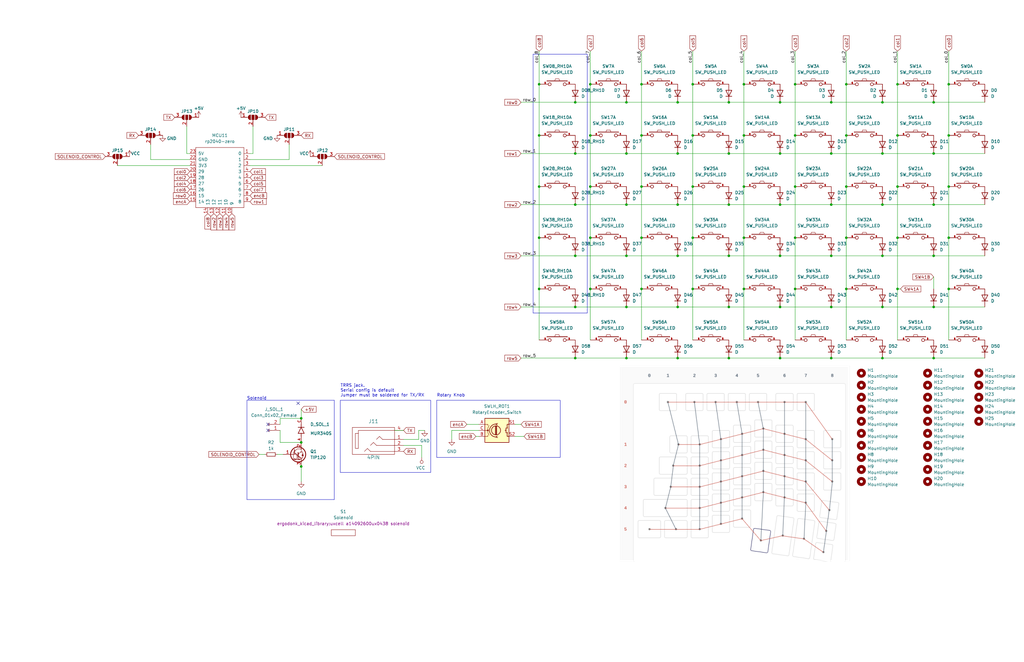
<source format=kicad_sch>
(kicad_sch (version 20230121) (generator eeschema)
  (paper "B")
  (title_block (title "Ergodonk") (date "2023-01-12") (rev "0.1") (company "github.com/JellyTitan") (comment 1 "Ryan Neff") (comment 2 "5V Zone was intentionally omitted because of the solenoid, dedicated 5V pins were used."))
  (junction (at 285.75 107.95))
  (junction (at 378.46 121.92))
  (junction (at 393.7 151.13))
  (junction (at 127 186.69))
  (junction (at 292.1 78.74))
  (junction (at 270.51 78.74))
  (junction (at 307.34 107.95))
  (junction (at 307.34 151.13))
  (junction (at 292.1 57.15))
  (junction (at 328.93 86.36))
  (junction (at 356.87 78.74))
  (junction (at 248.92 35.56))
  (junction (at 350.52 43.18))
  (junction (at 393.7 86.36))
  (junction (at 313.69 121.92))
  (junction (at 264.16 151.13))
  (junction (at 328.93 129.54))
  (junction (at 227.33 35.56))
  (junction (at 400.05 57.15))
  (junction (at 292.1 35.56))
  (junction (at 400.05 100.33))
  (junction (at 242.57 43.18))
  (junction (at 378.46 35.56))
  (junction (at 350.52 64.77))
  (junction (at 378.46 78.74))
  (junction (at 242.57 64.77))
  (junction (at 227.33 121.92))
  (junction (at 127 196.85))
  (junction (at 400.05 121.92))
  (junction (at 372.11 151.13))
  (junction (at 313.69 100.33))
  (junction (at 393.7 43.18))
  (junction (at 313.69 78.74))
  (junction (at 264.16 107.95))
  (junction (at 328.93 107.95))
  (junction (at 372.11 43.18))
  (junction (at 248.92 100.33))
  (junction (at 372.11 129.54))
  (junction (at 356.87 100.33))
  (junction (at 285.75 43.18))
  (junction (at 393.7 129.54))
  (junction (at 270.51 35.56))
  (junction (at 372.11 107.95))
  (junction (at 270.51 121.92))
  (junction (at 350.52 107.95))
  (junction (at 242.57 86.36))
  (junction (at 313.69 35.56))
  (junction (at 335.28 35.56))
  (junction (at 270.51 57.15))
  (junction (at 378.46 57.15))
  (junction (at 127 176.53))
  (junction (at 242.57 107.95))
  (junction (at 372.11 86.36))
  (junction (at 378.46 100.33))
  (junction (at 328.93 64.77))
  (junction (at 227.33 100.33))
  (junction (at 400.05 78.74))
  (junction (at 242.57 129.54))
  (junction (at 335.28 78.74))
  (junction (at 292.1 121.92))
  (junction (at 350.52 129.54))
  (junction (at 307.34 43.18))
  (junction (at 350.52 86.36))
  (junction (at 350.52 151.13))
  (junction (at 285.75 151.13))
  (junction (at 335.28 100.33))
  (junction (at 242.57 151.13))
  (junction (at 264.16 64.77))
  (junction (at 248.92 78.74))
  (junction (at 328.93 151.13))
  (junction (at 356.87 35.56))
  (junction (at 393.7 64.77))
  (junction (at 285.75 129.54))
  (junction (at 356.87 121.92))
  (junction (at 307.34 129.54))
  (junction (at 248.92 57.15))
  (junction (at 285.75 86.36))
  (junction (at 307.34 86.36))
  (junction (at 400.05 35.56))
  (junction (at 264.16 86.36))
  (junction (at 227.33 57.15))
  (junction (at 393.7 107.95))
  (junction (at 264.16 43.18))
  (junction (at 307.34 64.77))
  (junction (at 335.28 121.92))
  (junction (at 264.16 129.54))
  (junction (at 356.87 57.15))
  (junction (at 285.75 64.77))
  (junction (at 372.11 64.77))
  (junction (at 292.1 100.33))
  (junction (at 248.92 121.92))
  (junction (at 227.33 78.74))
  (junction (at 335.28 57.15))
  (junction (at 270.51 100.33))
  (junction (at 328.93 43.18))
  (junction (at 313.69 57.15))
  (no_connect (at 125.73 170.18))
  (no_connect (at 113.03 181.61))
  (no_connect (at 113.03 179.07))
  (wire (pts (xy 372.11 64.77) (xy 393.7 64.77)))
  (wire (pts (xy 372.11 43.18) (xy 393.7 43.18)))
  (wire (pts (xy 313.69 35.56) (xy 313.69 21.59)))
  (wire (pts (xy 270.51 35.56) (xy 270.51 21.59)))
  (wire (pts (xy 248.92 21.59) (xy 248.92 35.56)))
  (wire (pts (xy 335.28 35.56) (xy 335.28 57.15)))
  (wire (pts (xy 292.1 100.33) (xy 292.1 121.92)))
  (wire (pts (xy 63.5 67.31) (xy 63.5 60.96)))
  (wire (pts (xy 378.46 35.56) (xy 378.46 21.59)))
  (wire (pts (xy 201.93 181.61) (xy 190.5 181.61)))
  (wire (pts (xy 264.16 43.18) (xy 285.75 43.18)))
  (wire (pts (xy 372.11 128.27) (xy 372.11 129.54)))
  (polyline (pts (xy 247.65 132.08) (xy 247.65 25.4)))
  (wire (pts (xy 328.93 107.95) (xy 350.52 107.95)))
  (wire (pts (xy 248.92 100.33) (xy 248.92 121.92)))
  (wire (pts (xy 78.74 53.34) (xy 78.74 64.77)))
  (wire (pts (xy 400.05 21.59) (xy 400.05 35.56)))
  (wire (pts (xy 307.34 151.13) (xy 328.93 151.13)))
  (wire (pts (xy 190.5 181.61) (xy 190.5 185.42)))
  (wire (pts (xy 378.46 57.15) (xy 378.46 78.74)))
  (polyline (pts (xy 224.79 22.86) (xy 224.79 132.08)))
  (wire (pts (xy 292.1 121.92) (xy 292.1 143.51)))
  (wire (pts (xy 219.71 151.13) (xy 242.57 151.13)))
  (wire (pts (xy 219.71 129.54) (xy 242.57 129.54)))
  (wire (pts (xy 242.57 151.13) (xy 264.16 151.13)))
  (wire (pts (xy 227.33 35.56) (xy 227.33 21.59)))
  (wire (pts (xy 121.92 67.31) (xy 121.92 60.96)))
  (polyline (pts (xy 246.38 22.86) (xy 224.79 22.86)))
  (wire (pts (xy 335.28 35.56) (xy 335.28 21.59)))
  (wire (pts (xy 393.7 64.77) (xy 415.29 64.77)))
  (wire (pts (xy 356.87 78.74) (xy 356.87 100.33)))
  (wire (pts (xy 227.33 143.51) (xy 227.33 121.92)))
  (wire (pts (xy 170.18 181.61) (xy 166.37 181.61)))
  (wire (pts (xy 307.34 107.95) (xy 328.93 107.95)))
  (polyline (pts (xy 247.65 25.4) (xy 247.65 22.86)))
  (wire (pts (xy 270.51 78.74) (xy 270.51 100.33)))
  (wire (pts (xy 328.93 43.18) (xy 350.52 43.18)))
  (wire (pts (xy 227.33 100.33) (xy 227.33 78.74)))
  (wire (pts (xy 248.92 57.15) (xy 248.92 78.74)))
  (wire (pts (xy 328.93 128.27) (xy 328.93 129.54)))
  (wire (pts (xy 270.51 57.15) (xy 270.51 78.74)))
  (wire (pts (xy 248.92 121.92) (xy 248.92 143.51)))
  (wire (pts (xy 264.16 86.36) (xy 285.75 86.36)))
  (wire (pts (xy 328.93 129.54) (xy 350.52 129.54)))
  (wire (pts (xy 242.57 43.18) (xy 264.16 43.18)))
  (wire (pts (xy 176.53 181.61) (xy 179.07 181.61)))
  (wire (pts (xy 372.11 107.95) (xy 393.7 107.95)))
  (wire (pts (xy 393.7 86.36) (xy 415.29 86.36)))
  (wire (pts (xy 313.69 121.92) (xy 313.69 143.51)))
  (wire (pts (xy 242.57 129.54) (xy 264.16 129.54)))
  (wire (pts (xy 170.18 185.42) (xy 176.53 185.42)))
  (wire (pts (xy 285.75 151.13) (xy 307.34 151.13)))
  (wire (pts (xy 78.74 64.77) (xy 80.01 64.77)))
  (wire (pts (xy 356.87 35.56) (xy 356.87 21.59)))
  (polyline (pts (xy 104.14 168.91) (xy 140.97 168.91)))
  (wire (pts (xy 378.46 100.33) (xy 378.46 121.92)))
  (wire (pts (xy 350.52 107.95) (xy 372.11 107.95)))
  (wire (pts (xy 393.7 107.95) (xy 415.29 107.95)))
  (polyline (pts (xy 224.79 132.08) (xy 247.65 132.08)))
  (wire (pts (xy 109.22 191.77) (xy 111.76 191.77)))
  (wire (pts (xy 356.87 57.15) (xy 356.87 78.74)))
  (wire (pts (xy 242.57 86.36) (xy 264.16 86.36)))
  (wire (pts (xy 400.05 57.15) (xy 400.05 78.74)))
  (wire (pts (xy 227.33 78.74) (xy 227.33 57.15)))
  (wire (pts (xy 400.05 35.56) (xy 400.05 57.15)))
  (wire (pts (xy 264.16 64.77) (xy 285.75 64.77)))
  (wire (pts (xy 292.1 35.56) (xy 292.1 21.59)))
  (wire (pts (xy 313.69 78.74) (xy 313.69 100.33)))
  (wire (pts (xy 356.87 100.33) (xy 356.87 121.92)))
  (wire (pts (xy 372.11 129.54) (xy 393.7 129.54)))
  (wire (pts (xy 219.71 179.07) (xy 217.17 179.07)))
  (wire (pts (xy 264.16 107.95) (xy 285.75 107.95)))
  (polyline (pts (xy 140.97 210.82) (xy 140.97 168.91)))
  (wire (pts (xy 350.52 86.36) (xy 372.11 86.36)))
  (wire (pts (xy 248.92 35.56) (xy 248.92 57.15)))
  (wire (pts (xy 292.1 57.15) (xy 292.1 78.74)))
  (wire (pts (xy 285.75 43.18) (xy 307.34 43.18)))
  (wire (pts (xy 248.92 78.74) (xy 248.92 100.33)))
  (wire (pts (xy 49.53 69.85) (xy 80.01 69.85)))
  (wire (pts (xy 219.71 43.18) (xy 242.57 43.18)))
  (wire (pts (xy 270.51 121.92) (xy 270.51 143.51)))
  (polyline (pts (xy 104.14 210.82) (xy 140.97 210.82)))
  (wire (pts (xy 372.11 151.13) (xy 393.7 151.13)))
  (wire (pts (xy 285.75 107.95) (xy 307.34 107.95)))
  (wire (pts (xy 127 195.58) (xy 127 196.85)))
  (wire (pts (xy 400.05 121.92) (xy 400.05 143.51)))
  (wire (pts (xy 105.41 67.31) (xy 121.92 67.31)))
  (wire (pts (xy 118.11 186.69) (xy 118.11 181.61)))
  (wire (pts (xy 242.57 64.77) (xy 264.16 64.77)))
  (wire (pts (xy 118.11 186.69) (xy 127 186.69)))
  (wire (pts (xy 393.7 116.84) (xy 393.7 121.92)))
  (wire (pts (xy 328.93 64.77) (xy 350.52 64.77)))
  (wire (pts (xy 227.33 121.92) (xy 227.33 100.33)))
  (wire (pts (xy 285.75 64.77) (xy 307.34 64.77)))
  (wire (pts (xy 106.68 64.77) (xy 105.41 64.77)))
  (wire (pts (xy 116.84 191.77) (xy 119.38 191.77)))
  (wire (pts (xy 328.93 151.13) (xy 350.52 151.13)))
  (wire (pts (xy 372.11 86.36) (xy 393.7 86.36)))
  (wire (pts (xy 118.11 176.53) (xy 127 176.53)))
  (wire (pts (xy 350.52 43.18) (xy 372.11 43.18)))
  (wire (pts (xy 393.7 43.18) (xy 415.29 43.18)))
  (wire (pts (xy 170.18 187.96) (xy 177.8 187.96)))
  (wire (pts (xy 393.7 151.13) (xy 415.29 151.13)))
  (wire (pts (xy 307.34 64.77) (xy 328.93 64.77)))
  (wire (pts (xy 105.41 69.85) (xy 135.89 69.85)))
  (wire (pts (xy 200.66 184.15) (xy 201.93 184.15)))
  (wire (pts (xy 350.52 64.77) (xy 372.11 64.77)))
  (wire (pts (xy 219.71 107.95) (xy 242.57 107.95)))
  (wire (pts (xy 242.57 107.95) (xy 264.16 107.95)))
  (polyline (pts (xy 104.14 168.91) (xy 104.14 210.82)))
  (wire (pts (xy 118.11 176.53) (xy 118.11 179.07)))
  (wire (pts (xy 270.51 100.33) (xy 270.51 121.92)))
  (wire (pts (xy 292.1 35.56) (xy 292.1 57.15)))
  (wire (pts (xy 220.98 184.15) (xy 217.17 184.15)))
  (wire (pts (xy 80.01 67.31) (xy 63.5 67.31)))
  (wire (pts (xy 219.71 86.36) (xy 242.57 86.36)))
  (wire (pts (xy 335.28 100.33) (xy 335.28 121.92)))
  (wire (pts (xy 177.8 187.96) (xy 177.8 193.04)))
  (wire (pts (xy 307.34 43.18) (xy 328.93 43.18)))
  (wire (pts (xy 335.28 78.74) (xy 335.28 100.33)))
  (wire (pts (xy 285.75 129.54) (xy 307.34 129.54)))
  (wire (pts (xy 285.75 86.36) (xy 307.34 86.36)))
  (wire (pts (xy 307.34 129.54) (xy 328.93 129.54)))
  (wire (pts (xy 176.53 181.61) (xy 176.53 185.42)))
  (wire (pts (xy 270.51 35.56) (xy 270.51 57.15)))
  (wire (pts (xy 378.46 121.92) (xy 379.73 121.92)))
  (wire (pts (xy 313.69 100.33) (xy 313.69 121.92)))
  (wire (pts (xy 350.52 129.54) (xy 372.11 129.54)))
  (polyline (pts (xy 247.65 22.86) (xy 246.38 22.86)))
  (wire (pts (xy 196.85 179.07) (xy 201.93 179.07)))
  (wire (pts (xy 328.93 86.36) (xy 350.52 86.36)))
  (wire (pts (xy 313.69 35.56) (xy 313.69 57.15)))
  (wire (pts (xy 292.1 78.74) (xy 292.1 100.33)))
  (wire (pts (xy 127 172.72) (xy 127 176.53)))
  (wire (pts (xy 264.16 129.54) (xy 285.75 129.54)))
  (wire (pts (xy 350.52 151.13) (xy 372.11 151.13)))
  (wire (pts (xy 335.28 57.15) (xy 335.28 78.74)))
  (wire (pts (xy 378.46 35.56) (xy 378.46 57.15)))
  (wire (pts (xy 219.71 64.77) (xy 242.57 64.77)))
  (wire (pts (xy 378.46 78.74) (xy 378.46 100.33)))
  (wire (pts (xy 393.7 129.54) (xy 415.29 129.54)))
  (wire (pts (xy 307.34 86.36) (xy 328.93 86.36)))
  (wire (pts (xy 378.46 121.92) (xy 378.46 143.51)))
  (wire (pts (xy 127 196.85) (xy 127 203.2)))
  (wire (pts (xy 400.05 100.33) (xy 400.05 121.92)))
  (wire (pts (xy 335.28 121.92) (xy 335.28 143.51)))
  (wire (pts (xy 400.05 78.74) (xy 400.05 100.33)))
  (wire (pts (xy 313.69 57.15) (xy 313.69 78.74)))
  (wire (pts (xy 106.68 53.34) (xy 106.68 64.77)))
  (wire (pts (xy 356.87 35.56) (xy 356.87 57.15)))
  (wire (pts (xy 227.33 57.15) (xy 227.33 35.56)))
  (wire (pts (xy 356.87 121.92) (xy 356.87 143.51)))
  (wire (pts (xy 264.16 151.13) (xy 285.75 151.13)))
  (rectangle (start 184.15 168.91) (end 236.22 193.04))
  (rectangle (start 143.51 168.91) (end 181.61 199.39))
  (image (at 309.88 195.58) (scale 1.76046))
  (text "Todo:\nThumb cluster detach?\nIs there a good smd option for the Solenoid resistor?\nIs there a female smd socket for the solenoid connection?\nCheck Pimaroni resistor calculation and footprint size\nCHeck net trace sizes. (.5 for 3.3v?)\nIncree trcck size on vcc and GND nets\nFigure out VCC on Pico\nFigure out vbus_sense\nCutouts for picon on PCB\nRH trackball\nGraphics\nMouse bites\nStabalizer holes\nImprove solenoid graphics\nRefactor key row/columns to put 00 in upper right for easier double sided\nMake Diode holes bigger\nAdd breakaway diode bender jig, like on Corne_light v1\nAdd teardrops before production\nAdd maxbrightness to firmware like Keebio sync rev3 (you've got a ton of lights)\nCan the LH Led jumper become a single Jumper for LH/RH differentiation?" (at 455.93 59.69 0) (effects (font (size 1.27 1.27)) (justify left bottom)))
  (text "Solenoid" (at 104.14 168.91 0) (effects (font (size 1.27 1.27)) (justify left bottom)))
  (text "V2 Features:\nRH Trackball and rotary encoder instead of Pimaroni\nMove arrow keys into \"+\" centered around \".\" on left hand" (at 455.93 72.39 0) (effects (font (size 1.27 1.27)) (justify left bottom)))
  (text "TRRS jack. \nSerial config is default\nJumper must be soldered for TX/RX\n" (at 143.51 167.64 0) (effects (font (size 1.27 1.27)) (justify left bottom)))
  (text "Rotary Knob" (at 184.15 167.64 0) (effects (font (size 1.27 1.27)) (justify left bottom)))
  (label "col_5" (at 292.1 26.67 90))
  (label "row_1" (at 226.06 64.77 180))
  (label "col_1" (at 378.46 26.67 90))
  (label "row_2" (at 226.06 86.36 180))
  (label "col_3" (at 335.28 26.67 90))
  (label "col_4" (at 313.69 26.67 90))
  (label "col_7" (at 248.92 26.67 90))
  (label "col_2" (at 356.87 26.67 90))
  (label "row_3" (at 226.06 107.95 180))
  (label "col_6" (at 270.51 26.67 90))
  (label "col_0" (at 400.05 26.67 90))
  (label "row_4" (at 226.06 129.54 180))
  (label "row_5" (at 226.06 151.13 180))
  (label "col_8" (at 227.33 26.67 90))
  (label "row_0" (at 226.06 43.18 180))
  (global_label "col2" (shape input) (at 80.01 74.93 180) (property "Intersheetrefs" "${INTERSHEET_REFS}" (effects hide)))
  (global_label "row4" (shape input) (at 95.25 90.17 270) (property "Intersheetrefs" "${INTERSHEET_REFS}" (effects hide)))
  (global_label "SOLENOID_CONTROL" (shape input) (at 109.22 191.77 180) (property "Intersheetrefs" "${INTERSHEET_REFS}" (effects hide)))
  (global_label "encA" (shape input) (at 196.85 179.07 180) (property "Intersheetrefs" "${INTERSHEET_REFS}" (effects hide)))
  (global_label "SW41A" (shape input) (at 379.73 121.92 0) (property "Intersheetrefs" "${INTERSHEET_REFS}" (effects hide)))
  (global_label "row5" (shape input) (at 97.79 90.17 270) (property "Intersheetrefs" "${INTERSHEET_REFS}" (effects hide)))
  (global_label "col6" (shape input) (at 80.01 80.01 180) (property "Intersheetrefs" "${INTERSHEET_REFS}" (effects hide)))
  (global_label "row2" (shape input) (at 90.17 90.17 270) (property "Intersheetrefs" "${INTERSHEET_REFS}" (effects hide)))
  (global_label "TX" (shape input) (at 73.66 49.53 180) (property "Intersheetrefs" "${INTERSHEET_REFS}" (effects hide)))
  (global_label "col5" (shape input) (at 292.1 21.59 90) (property "Intersheetrefs" "${INTERSHEET_REFS}" (effects hide)))
  (global_label "col3" (shape input) (at 335.28 21.59 90) (property "Intersheetrefs" "${INTERSHEET_REFS}" (effects hide)))
  (global_label "col0" (shape input) (at 80.01 72.39 180) (property "Intersheetrefs" "${INTERSHEET_REFS}" (effects hide)))
  (global_label "encB" (shape input) (at 105.41 82.55 0) (property "Intersheetrefs" "${INTERSHEET_REFS}" (effects hide)))
  (global_label "row0" (shape input) (at 219.71 43.18 180) (property "Intersheetrefs" "${INTERSHEET_REFS}" (effects hide)))
  (global_label "row3" (shape input) (at 219.71 107.95 180) (property "Intersheetrefs" "${INTERSHEET_REFS}" (effects hide)))
  (global_label "encB" (shape input) (at 200.66 184.15 180) (property "Intersheetrefs" "${INTERSHEET_REFS}" (effects hide)))
  (global_label "col2" (shape input) (at 356.87 21.59 90) (property "Intersheetrefs" "${INTERSHEET_REFS}" (effects hide)))
  (global_label "encA" (shape input) (at 80.01 85.09 180) (property "Intersheetrefs" "${INTERSHEET_REFS}" (effects hide)))
  (global_label "RX" (shape input) (at 58.42 57.15 180) (property "Intersheetrefs" "${INTERSHEET_REFS}" (effects hide)))
  (global_label "col7" (shape input) (at 248.92 21.59 90) (property "Intersheetrefs" "${INTERSHEET_REFS}" (effects hide)))
  (global_label "col8" (shape input) (at 87.63 90.17 270) (property "Intersheetrefs" "${INTERSHEET_REFS}" (effects hide)))
  (global_label "SOLENOID_CONTROL" (shape input) (at 44.45 66.04 180) (property "Intersheetrefs" "${INTERSHEET_REFS}" (effects hide)))
  (global_label "RX" (shape input) (at 170.18 190.5 0) (property "Intersheetrefs" "${INTERSHEET_REFS}" (effects hide)))
  (global_label "SOLENOID_CONTROL" (shape input) (at 140.97 66.04 0) (property "Intersheetrefs" "${INTERSHEET_REFS}" (effects hide)))
  (global_label "row0" (shape input) (at 80.01 82.55 180) (property "Intersheetrefs" "${INTERSHEET_REFS}" (effects hide)))
  (global_label "SW41B" (shape input) (at 220.98 184.15 0) (property "Intersheetrefs" "${INTERSHEET_REFS}" (effects hide)))
  (global_label "col8" (shape input) (at 227.33 21.59 90) (property "Intersheetrefs" "${INTERSHEET_REFS}" (effects hide)))
  (global_label "col4" (shape input) (at 313.69 21.59 90) (property "Intersheetrefs" "${INTERSHEET_REFS}" (effects hide)))
  (global_label "col0" (shape input) (at 400.05 21.59 90) (property "Intersheetrefs" "${INTERSHEET_REFS}" (effects hide)))
  (global_label "col6" (shape input) (at 270.51 21.59 90) (property "Intersheetrefs" "${INTERSHEET_REFS}" (effects hide)))
  (global_label "TX" (shape input) (at 170.18 181.61 0) (property "Intersheetrefs" "${INTERSHEET_REFS}" (effects hide)))
  (global_label "TX" (shape input) (at 111.76 49.53 0) (property "Intersheetrefs" "${INTERSHEET_REFS}" (effects hide)))
  (global_label "RX" (shape input) (at 127 57.15 0) (property "Intersheetrefs" "${INTERSHEET_REFS}" (effects hide)))
  (global_label "col4" (shape input) (at 80.01 77.47 180) (property "Intersheetrefs" "${INTERSHEET_REFS}" (effects hide)))
  (global_label "SW41B" (shape input) (at 393.7 116.84 180) (property "Intersheetrefs" "${INTERSHEET_REFS}" (effects hide)))
  (global_label "row1" (shape input) (at 219.71 64.77 180) (property "Intersheetrefs" "${INTERSHEET_REFS}" (effects hide)))
  (global_label "col3" (shape input) (at 105.41 74.93 0) (property "Intersheetrefs" "${INTERSHEET_REFS}" (effects hide)))
  (global_label "row5" (shape input) (at 219.71 151.13 180) (property "Intersheetrefs" "${INTERSHEET_REFS}" (effects hide)))
  (global_label "row3" (shape input) (at 92.71 90.17 270) (property "Intersheetrefs" "${INTERSHEET_REFS}" (effects hide)))
  (global_label "col1" (shape input) (at 378.46 21.59 90) (property "Intersheetrefs" "${INTERSHEET_REFS}" (effects hide)))
  (global_label "col1" (shape input) (at 105.41 72.39 0) (property "Intersheetrefs" "${INTERSHEET_REFS}" (effects hide)))
  (global_label "row4" (shape input) (at 219.71 129.54 180) (property "Intersheetrefs" "${INTERSHEET_REFS}" (effects hide)))
  (global_label "row2" (shape input) (at 219.71 86.36 180) (property "Intersheetrefs" "${INTERSHEET_REFS}" (effects hide)))
  (global_label "SW41A" (shape input) (at 219.71 179.07 0) (property "Intersheetrefs" "${INTERSHEET_REFS}" (effects hide)))
  (global_label "row1" (shape input) (at 105.41 85.09 0) (property "Intersheetrefs" "${INTERSHEET_REFS}" (effects hide)))
  (global_label "+5V" (shape input) (at 127 172.72 0) (property "Intersheetrefs" "${INTERSHEET_REFS}" (effects hide)))
  (global_label "col5" (shape input) (at 105.41 77.47 0) (property "Intersheetrefs" "${INTERSHEET_REFS}" (effects hide)))
  (global_label "col7" (shape input) (at 105.41 80.01 0) (property "Intersheetrefs" "${INTERSHEET_REFS}" (effects hide)))
  (symbol (lib_id "Device:R_Small") (at 114.3 191.77 270) (unit 1)
    (property "Reference" "R2" (at 114.3 186.69 90))
    (property "Value" "1k" (at 114.3 189.23 90))
    (property "Footprint" "Resistor_THT:R_Axial_DIN0309_L9.0mm_D3.2mm_P12.70mm_Horizontal" (effects hide))
  )
  (symbol (lib_id "Device:D") (at 285.75 39.37 90) (unit 1)
    (property "Reference" "D6" (at 283.21 38.0999 90) (effects (justify left)))
    (property "Value" "D" (at 283.21 40.6399 90) (effects (justify left)))
    (property "Footprint" "ergodonk_kicad_library:D_SOD-123_DO-35_Hybrid_DoubleSided" (effects hide))
    (property "Sim.Device" "D" (effects hide))
    (property "Sim.Pins" "1=K 2=A" (effects hide))
  )
  (symbol (lib_id "Jumper:SolderJumper_3_Open") (at 49.53 66.04 0) (mirror y) (unit 1)
    (property "Reference" "JP15" (at 49.53 63.5 0))
    (property "Value" "SolderJumper_3_Open" (effects hide))
    (property "Footprint" "ergodonk_kicad_library:Level Shifter Bypass Jumper simple_zero" (effects hide))
  )
  (symbol (lib_id "Ergodonk_symbols:SW_PUSH_LED") (at 299.72 57.15 0) (unit 1)
    (property "Reference" "SW15" (at 299.72 49.53 0))
    (property "Value" "SW_PUSH_LED" (at 299.72 52.07 0))
    (property "Footprint" "kbd:CherryMX_Choc_Hotswap" (effects hide))
  )
  (symbol (lib_id "Ergodonk_symbols:SW_PUSH_LED") (at 256.54 143.51 0) (unit 1)
    (property "Reference" "SW57" (at 256.54 135.89 0))
    (property "Value" "SW_PUSH_LED" (at 256.54 138.43 0))
    (property "Footprint" "ergodonk_simple:Cherry_MX_DS_Hotswap_1U_sofle3b v3" (effects hide))
  )
  (symbol (lib_id "Jumper:SolderJumper_3_Open") (at 106.68 49.53 0) (unit 1)
    (property "Reference" "JP10" (at 106.68 46.99 0))
    (property "Value" "SolderJumper_3_Open" (effects hide))
    (property "Footprint" "ergodonk_kicad_library:Level Shifter Bypass Jumper simple_zero" (effects hide))
  )
  (symbol (lib_id "Ergodonk_symbols:SW_PUSH_LED") (at 299.72 121.92 0) (unit 1)
    (property "Reference" "SW45" (at 299.72 114.3 0))
    (property "Value" "SW_PUSH_LED" (at 299.72 116.84 0))
    (property "Footprint" "ergodonk_simple:Cherry_MX_DS_Hotswap_1U_sofle3b v3" (effects hide))
  )
  (symbol (lib_id "Mechanical:MountingHole") (at 363.22 177.8 0) (unit 1)
    (property "Reference" "H5" (at 365.76 176.5299 0) (effects (justify left)))
    (property "Value" "MountingHole" (at 365.76 179.0699 0) (effects (justify left)))
    (property "Footprint" "ergodonk_simple:Hole from sofle for M2 posts gold rimmer" (effects hide))
  )
  (symbol (lib_id "Device:RotaryEncoder_Switch") (at 209.55 181.61 0) (unit 1)
    (property "Reference" "SWLH_ROT1" (at 209.55 171.45 0))
    (property "Value" "RotaryEncoder_Switch" (at 209.55 173.99 0))
    (property "Footprint" "ergodonk_simple:RotaryEncoder_EC11_ergodonk_variant" (effects hide))
  )
  (symbol (lib_id "Ergodonk_symbols:SW_PUSH_LED") (at 364.49 57.15 0) (unit 1)
    (property "Reference" "SW12" (at 364.49 49.53 0))
    (property "Value" "SW_PUSH_LED" (at 364.49 52.07 0))
    (property "Footprint" "ergodonk_simple:Cherry_MX_DS_Hotswap_1U_sofle3b v3" (effects hide))
  )
  (symbol (lib_id "Mechanical:MountingHole") (at 412.75 172.72 0) (unit 1)
    (property "Reference" "H24" (at 415.29 171.4499 0) (effects (justify left)))
    (property "Value" "MountingHole" (at 415.29 173.9899 0) (effects (justify left)))
    (property "Footprint" "ergodonk_simple:M2_Hole_fancy_for_bolt-on-plate" (effects hide))
  )
  (symbol (lib_id "power:GND") (at 127 203.2 0) (unit 1)
    (property "Reference" "#PWR0106" (effects hide))
    (property "Value" "GND" (at 127 208.28 0))
  )
  (symbol (lib_id "Device:D") (at 307.34 104.14 90) (unit 1)
    (property "Reference" "D35" (at 309.88 102.8699 90) (effects (justify right)))
    (property "Value" "D" (at 309.88 105.4099 90) (effects (justify right)))
    (property "Footprint" "ergodonk_kicad_library:D_SOD-123_DO-35_Hybrid_DoubleSided" (effects hide))
    (property "Sim.Device" "D" (effects hide))
    (property "Sim.Pins" "1=K 2=A" (effects hide))
  )
  (symbol (lib_id "Device:D") (at 242.57 147.32 90) (unit 1)
    (property "Reference" "D58" (at 245.11 146.0499 90) (effects (justify right)))
    (property "Value" "D" (at 245.11 148.5899 90) (effects (justify right)))
    (property "Footprint" "ergodonk_kicad_library:D_SOD-123_DO-35_Hybrid_DoubleSided" (effects hide))
    (property "Sim.Device" "D" (effects hide))
    (property "Sim.Pins" "1=K 2=A" (effects hide))
  )
  (symbol (lib_id "Ergodonk_symbols:SW_PUSH_LED") (at 364.49 35.56 0) (unit 1)
    (property "Reference" "SW2" (at 364.49 27.94 0))
    (property "Value" "SW_PUSH_LED" (at 364.49 30.48 0))
    (property "Footprint" "ergodonk_simple:Cherry_MX_DS_Hotswap_1U_sofle3b v3" (effects hide))
  )
  (symbol (lib_id "Ergodonk_symbols:SW_PUSH_LED") (at 407.67 35.56 0) (unit 1)
    (property "Reference" "SW0" (at 407.67 27.94 0))
    (property "Value" "SW_PUSH_LED" (at 407.67 30.48 0))
    (property "Footprint" "ergodonk_simple:Cherry_MX_DS_Hotswap_1U_sofle3b v3" (effects hide))
  )
  (symbol (lib_id "Jumper:SolderJumper_3_Open") (at 78.74 49.53 0) (mirror y) (unit 1)
    (property "Reference" "JP13" (at 78.74 46.99 0))
    (property "Value" "SolderJumper_3_Open" (effects hide))
    (property "Footprint" "ergodonk_kicad_library:Level Shifter Bypass Jumper simple_zero" (effects hide))
  )
  (symbol (lib_id "Device:D") (at 328.93 104.14 90) (unit 1)
    (property "Reference" "D34" (at 331.47 102.8699 90) (effects (justify right)))
    (property "Value" "D" (at 331.47 105.4099 90) (effects (justify right)))
    (property "Footprint" "ergodonk_kicad_library:D_SOD-123_DO-35_Hybrid_DoubleSided" (effects hide))
    (property "Sim.Device" "D" (effects hide))
    (property "Sim.Pins" "1=K 2=A" (effects hide))
  )
  (symbol (lib_id "Mechanical:MountingHole") (at 363.22 157.48 0) (unit 1)
    (property "Reference" "H1" (at 365.76 156.2099 0) (effects (justify left)))
    (property "Value" "MountingHole" (at 365.76 158.7499 0) (effects (justify left)))
    (property "Footprint" "ergodonk_simple:Hole from sofle for M2 posts gold rimmer" (effects hide))
  )
  (symbol (lib_id "Transistor_BJT:TIP120") (at 124.46 191.77 0) (unit 1)
    (property "Reference" "Q1" (at 130.81 190.4999 0) (effects (justify left)))
    (property "Value" "TIP120" (at 130.81 193.0399 0) (effects (justify left)))
    (property "Footprint" "ergodonk_simple:TO-220-3_Horizontal_TabDown" (effects hide))
    (property "Datasheet" "https://www.onsemi.com/pub/Collateral/TIP120-D.PDF" (effects hide))
  )
  (symbol (lib_id "Mechanical:MountingHole") (at 391.16 157.48 0) (unit 1)
    (property "Reference" "H11" (at 393.7 156.2099 0) (effects (justify left)))
    (property "Value" "MountingHole" (at 393.7 158.7499 0) (effects (justify left)))
    (property "Footprint" "ergodonk_simple:M2_Hole_fancy_for_bolt-on-plate" (effects hide))
  )
  (symbol (lib_id "Ergodonk_symbols:SW_PUSH_LED") (at 407.67 121.92 0) (unit 1)
    (property "Reference" "SW40" (at 407.67 114.3 0))
    (property "Value" "SW_PUSH_LED" (at 407.67 116.84 0))
    (property "Footprint" "ergodonk_simple:Cherry_MX_DS_Hotswap_1U_sofle3b v3" (effects hide))
  )
  (symbol (lib_id "Mechanical:MountingHole") (at 412.75 167.64 0) (unit 1)
    (property "Reference" "H23" (at 415.29 166.3699 0) (effects (justify left)))
    (property "Value" "MountingHole" (at 415.29 168.9099 0) (effects (justify left)))
    (property "Footprint" "ergodonk_simple:M2_Hole_fancy_for_bolt-on-plate" (effects hide))
  )
  (symbol (lib_id "Ergodonk_symbols:SW_PUSH_LED") (at 342.9 57.15 0) (unit 1)
    (property "Reference" "SW13" (at 342.9 49.53 0))
    (property "Value" "SW_PUSH_LED" (at 342.9 52.07 0))
    (property "Footprint" "ergodonk_simple:Cherry_MX_DS_Hotswap_1U_sofle3b v3" (effects hide))
  )
  (symbol (lib_id "Ergodonk_symbols:SW_PUSH_LED") (at 364.49 143.51 0) (unit 1)
    (property "Reference" "SW52" (at 364.49 135.89 0))
    (property "Value" "SW_PUSH_LED" (at 364.49 138.43 0))
    (property "Footprint" "ergodonk_simple:Cherry_MX_DS_Hotswap_1U_sofle3b v3" (effects hide))
  )
  (symbol (lib_id "Ergodonk_symbols:SW_PUSH_LED") (at 278.13 78.74 0) (unit 1)
    (property "Reference" "SW26" (at 278.13 71.12 0))
    (property "Value" "SW_PUSH_LED" (at 278.13 73.66 0))
    (property "Footprint" "ergodonk_simple:Cherry_MX_DS_Hotswap_1U_sofle3b v3" (effects hide))
  )
  (symbol (lib_id "Device:D") (at 415.29 39.37 90) (unit 1)
    (property "Reference" "D0" (at 417.83 38.1 90) (effects (justify right)))
    (property "Value" "D" (at 417.83 40.64 90) (effects (justify right)))
    (property "Footprint" "ergodonk_kicad_library:D_SOD-123_DO-35_Hybrid_DoubleSided" (effects hide))
    (property "Sim.Device" "D" (effects hide))
    (property "Sim.Pins" "1=K 2=A" (effects hide))
  )
  (symbol (lib_id "Device:D") (at 350.52 60.96 90) (unit 1)
    (property "Reference" "D13" (at 353.06 59.6899 90) (effects (justify right)))
    (property "Value" "D" (at 353.06 62.2299 90) (effects (justify right)))
    (property "Footprint" "ergodonk_kicad_library:D_SOD-123_DO-35_Hybrid_DoubleSided" (effects hide))
    (property "Sim.Device" "D" (effects hide))
    (property "Sim.Pins" "1=K 2=A" (effects hide))
  )
  (symbol (lib_id "Mechanical:MountingHole") (at 363.22 187.96 0) (unit 1)
    (property "Reference" "H7" (at 365.76 186.6899 0) (effects (justify left)))
    (property "Value" "MountingHole" (at 365.76 189.2299 0) (effects (justify left)))
    (property "Footprint" "ergodonk_simple:Hole from sofle for M2 posts gold rimmer" (effects hide))
  )
  (symbol (lib_id "Device:D") (at 350.52 82.55 90) (unit 1)
    (property "Reference" "D23" (at 353.06 81.2799 90) (effects (justify right)))
    (property "Value" "D" (at 353.06 83.8199 90) (effects (justify right)))
    (property "Footprint" "ergodonk_kicad_library:D_SOD-123_DO-35_Hybrid_DoubleSided" (effects hide))
    (property "Sim.Device" "D" (effects hide))
    (property "Sim.Pins" "1=K 2=A" (effects hide))
  )
  (symbol (lib_id "Ergodonk_symbols:SW_PUSH_LED") (at 321.31 121.92 0) (unit 1)
    (property "Reference" "SW44" (at 321.31 114.3 0))
    (property "Value" "SW_PUSH_LED" (at 321.31 116.84 0))
    (property "Footprint" "ergodonk_simple:Cherry_MX_DS_Hotswap_1U_sofle3b v3" (effects hide))
  )
  (symbol (lib_id "Device:D") (at 328.93 125.73 90) (unit 1)
    (property "Reference" "D44" (at 331.47 124.4599 90) (effects (justify right)))
    (property "Value" "D" (at 331.47 126.9999 90) (effects (justify right)))
    (property "Footprint" "ergodonk_kicad_library:D_SOD-123_DO-35_Hybrid_DoubleSided" (effects hide))
    (property "Sim.Device" "D" (effects hide))
    (property "Sim.Pins" "1=K 2=A" (effects hide))
  )
  (symbol (lib_id "Device:D") (at 242.57 104.14 90) (unit 1)
    (property "Reference" "D38_RH10" (at 245.11 102.8699 90) (effects (justify right)))
    (property "Value" "D" (at 245.11 105.4099 90) (effects (justify right)))
    (property "Footprint" "ergodonk_kicad_library:D_SOD-123_DO-35_Hybrid_DoubleSided" (effects hide))
    (property "Sim.Device" "D" (effects hide))
    (property "Sim.Pins" "1=K 2=A" (effects hide))
  )
  (symbol (lib_id "Ergodonk_symbols:SW_PUSH_LED") (at 407.67 100.33 0) (unit 1)
    (property "Reference" "SW30" (at 407.67 92.71 0))
    (property "Value" "SW_PUSH_LED" (at 407.67 95.25 0))
    (property "Footprint" "ergodonk_simple:Cherry_MX_DS_Hotswap_1U_sofle3b v3" (effects hide))
  )
  (symbol (lib_id "power:GND") (at 68.58 57.15 0) (unit 1)
    (property "Reference" "#PWR011" (effects hide))
    (property "Value" "GND" (at 72.39 58.42 0))
  )
  (symbol (lib_id "Mechanical:MountingHole") (at 363.22 167.64 0) (unit 1)
    (property "Reference" "H3" (at 365.76 166.3699 0) (effects (justify left)))
    (property "Value" "MountingHole" (at 365.76 168.9099 0) (effects (justify left)))
    (property "Footprint" "ergodonk_simple:Hole from sofle for M2 posts gold rimmer" (effects hide))
  )
  (symbol (lib_id "Device:D") (at 307.34 125.73 90) (unit 1)
    (property "Reference" "D45" (at 309.88 124.4599 90) (effects (justify right)))
    (property "Value" "D" (at 309.88 126.9999 90) (effects (justify right)))
    (property "Footprint" "ergodonk_kicad_library:D_SOD-123_DO-35_Hybrid_DoubleSided" (effects hide))
    (property "Sim.Device" "D" (effects hide))
    (property "Sim.Pins" "1=K 2=A" (effects hide))
  )
  (symbol (lib_id "power:+5V") (at 101.6 49.53 0) (unit 1)
    (property "Reference" "#PWR015" (effects hide))
    (property "Value" "+5V" (at 101.6 45.72 0))
  )
  (symbol (lib_id "Mechanical:MountingHole") (at 363.22 198.12 0) (unit 1)
    (property "Reference" "H9" (at 365.76 196.8499 0) (effects (justify left)))
    (property "Value" "MountingHole" (at 365.76 199.3899 0) (effects (justify left)))
    (property "Footprint" "ergodonk_simple:Hole from sofle for M2 posts gold rimmer" (effects hide))
  )
  (symbol (lib_id "Ergodonk_symbols:SW_PUSH_LED") (at 321.31 57.15 0) (unit 1)
    (property "Reference" "SW14" (at 321.31 49.53 0))
    (property "Value" "SW_PUSH_LED" (at 321.31 52.07 0))
    (property "Footprint" "ergodonk_simple:Cherry_MX_DS_Hotswap_1U_sofle3b v3" (effects hide))
  )
  (symbol (lib_id "MUR340S:MUR340S") (at 127 181.61 90) (unit 1)
    (property "Reference" "D_SOL_1" (at 130.81 179.07 90) (effects (justify right)))
    (property "Value" "MUR340S" (at 130.81 182.88 90) (effects (justify right)))
    (property "Footprint" "ergodonk_simple:MUR340S_IN4001_TH_HYBRID" (effects hide))
    (property "PARTREV" "L2102" (effects hide))
    (property "MANUFACTURER" "Taiwan Semiconductor" (effects hide))
    (property "MAXIMUM_PACKAGE_HEIGHT" "2.62 mm" (effects hide))
    (property "STANDARD" "IPC-7351B" (effects hide))
  )
  (symbol (lib_id "Mechanical:MountingHole") (at 363.22 162.56 0) (unit 1)
    (property "Reference" "H2" (at 365.76 161.2899 0) (effects (justify left)))
    (property "Value" "MountingHole" (at 365.76 163.8299 0) (effects (justify left)))
    (property "Footprint" "ergodonk_simple:Hole from sofle for M2 posts gold rimmer" (effects hide))
  )
  (symbol (lib_id "Device:D") (at 372.11 60.96 90) (unit 1)
    (property "Reference" "D12" (at 374.65 59.6899 90) (effects (justify right)))
    (property "Value" "D" (at 374.65 62.2299 90) (effects (justify right)))
    (property "Footprint" "ergodonk_kicad_library:D_SOD-123_DO-35_Hybrid_DoubleSided" (effects hide))
    (property "Sim.Device" "D" (effects hide))
    (property "Sim.Pins" "1=K 2=A" (effects hide))
  )
  (symbol (lib_id "Device:D") (at 328.93 60.96 90) (unit 1)
    (property "Reference" "D14" (at 331.47 59.6899 90) (effects (justify right)))
    (property "Value" "D" (at 331.47 62.2299 90) (effects (justify right)))
    (property "Footprint" "ergodonk_kicad_library:D_SOD-123_DO-35_Hybrid_DoubleSided" (effects hide))
    (property "Sim.Device" "D" (effects hide))
    (property "Sim.Pins" "1=K 2=A" (effects hide))
  )
  (symbol (lib_id "Mechanical:MountingHole") (at 391.16 193.04 0) (unit 1)
    (property "Reference" "H18" (at 393.7 191.7699 0) (effects (justify left)))
    (property "Value" "MountingHole" (at 393.7 194.3099 0) (effects (justify left)))
    (property "Footprint" "ergodonk_simple:M2_Hole_fancy_for_bolt-on-plate" (effects hide))
  )
  (symbol (lib_id "power:GND") (at 116.84 57.15 0) (mirror y) (unit 1)
    (property "Reference" "#PWR016" (effects hide))
    (property "Value" "GND" (at 113.03 58.42 0))
  )
  (symbol (lib_id "Ergodonk_symbols:SW_PUSH_LED") (at 407.67 57.15 0) (unit 1)
    (property "Reference" "SW10" (at 407.67 49.53 0))
    (property "Value" "SW_PUSH_LED" (at 407.67 52.07 0))
    (property "Footprint" "ergodonk_simple:Cherry_MX_DS_Hotswap_1U_sofle3b v3" (effects hide))
  )
  (symbol (lib_id "Ergodonk_symbols:SW_PUSH_LED") (at 342.9 100.33 0) (unit 1)
    (property "Reference" "SW33" (at 342.9 92.71 0))
    (property "Value" "SW_PUSH_LED" (at 342.9 95.25 0))
    (property "Footprint" "ergodonk_simple:Cherry_MX_DS_Hotswap_1U_sofle3b v3" (effects hide))
  )
  (symbol (lib_id "Device:D") (at 242.57 125.73 90) (unit 1)
    (property "Reference" "D48_RH10" (at 245.11 124.4599 90) (effects (justify right)))
    (property "Value" "D" (at 245.11 126.9999 90) (effects (justify right)))
    (property "Footprint" "ergodonk_kicad_library:D_SOD-123_DO-35_Hybrid_DoubleSided" (effects hide))
    (property "Sim.Device" "D" (effects hide))
    (property "Sim.Pins" "1=K 2=A" (effects hide))
  )
  (symbol (lib_id "Connector:Conn_01x02_Female") (at 113.03 181.61 180) (unit 1)
    (property "Reference" "J_SOL_1" (at 115.57 172.72 0))
    (property "Value" "Conn_01x02_Female" (at 115.57 175.26 0))
    (property "Footprint" "Connector_PinHeader_2.54mm:PinHeader_1x02_P2.54mm_Vertical" (effects hide))
  )
  (symbol (lib_id "Ergodonk_symbols:SW_PUSH_LED") (at 299.72 100.33 0) (unit 1)
    (property "Reference" "SW35" (at 299.72 92.71 0))
    (property "Value" "SW_PUSH_LED" (at 299.72 95.25 0))
    (property "Footprint" "ergodonk_simple:Cherry_MX_DS_Hotswap_1U_sofle3b v3" (effects hide))
  )
  (symbol (lib_id "Ergodonk_symbols:SW_PUSH_LED") (at 234.95 100.33 0) (unit 1)
    (property "Reference" "SW38_RH10" (at 234.95 92.71 0))
    (property "Value" "SW_PUSH_LED" (at 234.95 95.25 0))
    (property "Footprint" "ergodonk_simple:Cherry_MX_DS_Hotswap_1U_oneside" (effects hide))
  )
  (symbol (lib_id "Ergodonk_symbols:SW_PUSH_LED") (at 256.54 100.33 0) (unit 1)
    (property "Reference" "SW37" (at 256.54 92.71 0))
    (property "Value" "SW_PUSH_LED" (at 256.54 95.25 0))
    (property "Footprint" "ergodonk_simple:V2_CherryMX_DoubleSided_Hotswap_miniE_1.75u_LH_1u_RH" (effects hide))
  )
  (symbol (lib_id "Ergodonk_symbols:SW_PUSH_LED") (at 364.49 78.74 0) (unit 1)
    (property "Reference" "SW22" (at 364.49 71.12 0))
    (property "Value" "SW_PUSH_LED" (at 364.49 73.66 0))
    (property "Footprint" "ergodonk_simple:Cherry_MX_DS_Hotswap_1U_sofle3b v3" (effects hide))
  )
  (symbol (lib_id "Device:D") (at 307.34 147.32 90) (unit 1)
    (property "Reference" "D55" (at 309.88 146.0499 90) (effects (justify right)))
    (property "Value" "D" (at 309.88 148.5899 90) (effects (justify right)))
    (property "Footprint" "ergodonk_kicad_library:D_SOD-123_DO-35_Hybrid_DoubleSided" (effects hide))
    (property "Sim.Device" "D" (effects hide))
    (property "Sim.Pins" "1=K 2=A" (effects hide))
  )
  (symbol (lib_id "Mechanical:MountingHole") (at 363.22 172.72 0) (unit 1)
    (property "Reference" "H4" (at 365.76 171.4499 0) (effects (justify left)))
    (property "Value" "MountingHole" (at 365.76 173.9899 0) (effects (justify left)))
    (property "Footprint" "ergodonk_simple:Hole from sofle for M2 posts gold rimmer" (effects hide))
  )
  (symbol (lib_id "Device:D") (at 264.16 104.14 90) (unit 1)
    (property "Reference" "D37" (at 266.7 102.8699 90) (effects (justify right)))
    (property "Value" "D" (at 266.7 105.4099 90) (effects (justify right)))
    (property "Footprint" "ergodonk_kicad_library:D_SOD-123_DO-35_Hybrid_DoubleSided" (effects hide))
    (property "Sim.Device" "D" (effects hide))
    (property "Sim.Pins" "1=K 2=A" (effects hide))
  )
  (symbol (lib_id "Ergodonk_symbols:SW_PUSH_LED") (at 342.9 143.51 0) (unit 1)
    (property "Reference" "SW53" (at 342.9 135.89 0))
    (property "Value" "SW_PUSH_LED" (at 342.9 138.43 0))
    (property "Footprint" "ergodonk_simple:Cherry_MX_DS_Hotswap_1U_sofle3b v3" (effects hide))
  )
  (symbol (lib_id "Mechanical:MountingHole") (at 412.75 157.48 0) (unit 1)
    (property "Reference" "H21" (at 415.29 156.2099 0) (effects (justify left)))
    (property "Value" "MountingHole" (at 415.29 158.7499 0) (effects (justify left)))
    (property "Footprint" "ergodonk_simple:M2_Hole_fancy_for_bolt-on-plate" (effects hide))
  )
  (symbol (lib_id "Ergodonk_symbols:SW_PUSH_LED") (at 256.54 57.15 0) (unit 1)
    (property "Reference" "SW17" (at 256.54 49.53 0))
    (property "Value" "SW_PUSH_LED" (at 256.54 52.07 0))
    (property "Footprint" "ergodonk_simple:Cherry_MX_DS_Hotswap_1U_sofle3b v3" (effects hide))
  )
  (symbol (lib_id "Mechanical:MountingHole") (at 391.16 162.56 0) (unit 1)
    (property "Reference" "H12" (at 393.7 161.2899 0) (effects (justify left)))
    (property "Value" "MountingHole" (at 393.7 163.8299 0) (effects (justify left)))
    (property "Footprint" "ergodonk_simple:M2_Hole_fancy_for_bolt-on-plate" (effects hide))
  )
  (symbol (lib_id "Ergodonk_symbols:SW_PUSH_LED") (at 386.08 143.51 0) (unit 1)
    (property "Reference" "SW51" (at 386.08 135.89 0))
    (property "Value" "SW_PUSH_LED" (at 386.08 138.43 0))
    (property "Footprint" "ergodonk_simple:Cherry_MX_DS_Hotswap_1U_sofle3b v3" (effects hide))
  )
  (symbol (lib_id "Device:D") (at 393.7 82.55 90) (unit 1)
    (property "Reference" "D21" (at 396.24 81.2799 90) (effects (justify right)))
    (property "Value" "D" (at 396.24 83.8199 90) (effects (justify right)))
    (property "Footprint" "ergodonk_kicad_library:D_SOD-123_DO-35_Hybrid_DoubleSided" (effects hide))
    (property "Sim.Device" "D" (effects hide))
    (property "Sim.Pins" "1=K 2=A" (effects hide))
  )
  (symbol (lib_id "Device:D") (at 393.7 39.37 90) (unit 1)
    (property "Reference" "D1" (at 391.16 38.0999 90) (effects (justify left)))
    (property "Value" "D" (at 391.16 40.6399 90) (effects (justify left)))
    (property "Footprint" "ergodonk_kicad_library:D_SOD-123_DO-35_Hybrid_DoubleSided" (effects hide))
    (property "Sim.Device" "D" (effects hide))
    (property "Sim.Pins" "1=K 2=A" (effects hide))
  )
  (symbol (lib_id "Device:D") (at 415.29 60.96 90) (unit 1)
    (property "Reference" "D10" (at 417.83 59.6899 90) (effects (justify right)))
    (property "Value" "D" (at 417.83 62.2299 90) (effects (justify right)))
    (property "Footprint" "ergodonk_kicad_library:D_SOD-123_DO-35_Hybrid_DoubleSided" (effects hide))
    (property "Sim.Device" "D" (effects hide))
    (property "Sim.Pins" "1=K 2=A" (effects hide))
  )
  (symbol (lib_id "Device:D") (at 350.52 39.37 90) (unit 1)
    (property "Reference" "D3" (at 347.98 38.0999 90) (effects (justify left)))
    (property "Value" "D" (at 347.98 40.6399 90) (effects (justify left)))
    (property "Footprint" "ergodonk_kicad_library:D_SOD-123_DO-35_Hybrid_DoubleSided" (effects hide))
    (property "Sim.Device" "D" (effects hide))
    (property "Sim.Pins" "1=K 2=A" (effects hide))
  )
  (symbol (lib_id "Ergodonk_symbols:SW_PUSH_LED") (at 234.95 57.15 0) (unit 1)
    (property "Reference" "SW18_RH10" (at 234.95 49.53 0))
    (property "Value" "SW_PUSH_LED" (at 234.95 52.07 0))
    (property "Footprint" "ergodonk_simple:Cherry_MX_DS_Hotswap_1U_oneside" (effects hide))
  )
  (symbol (lib_id "Mechanical:MountingHole") (at 391.16 172.72 0) (unit 1)
    (property "Reference" "H14" (at 393.7 171.4499 0) (effects (justify left)))
    (property "Value" "MountingHole" (at 393.7 173.9899 0) (effects (justify left)))
    (property "Footprint" "ergodonk_simple:M2_Hole_fancy_for_bolt-on-plate" (effects hide))
  )
  (symbol (lib_id "Device:D") (at 285.75 147.32 90) (unit 1)
    (property "Reference" "D56" (at 288.29 146.0499 90) (effects (justify right)))
    (property "Value" "D" (at 288.29 148.5899 90) (effects (justify right)))
    (property "Footprint" "ergodonk_kicad_library:D_SOD-123_DO-35_Hybrid_DoubleSided" (effects hide))
    (property "Sim.Device" "D" (effects hide))
    (property "Sim.Pins" "1=K 2=A" (effects hide))
  )
  (symbol (lib_id "Ergodonk_symbols:SW_PUSH_LED") (at 234.95 35.56 0) (unit 1)
    (property "Reference" "SW08_RH10" (at 234.95 27.94 0))
    (property "Value" "SW_PUSH_LED" (at 234.95 30.48 0))
    (property "Footprint" "ergodonk_simple:V2_CherryMX_DoubleSided_Hotswap_miniE_2u_RH_ONLY" (effects hide))
  )
  (symbol (lib_id "Jumper:SolderJumper_3_Open") (at 63.5 57.15 0) (mirror y) (unit 1)
    (property "Reference" "JP14" (at 63.5 54.61 0))
    (property "Value" "SolderJumper_3_Open" (effects hide))
    (property "Footprint" "ergodonk_kicad_library:Level Shifter Bypass Jumper simple_zero" (effects hide))
  )
  (symbol (lib_id "Device:D") (at 393.7 147.32 90) (unit 1)
    (property "Reference" "D51" (at 396.24 146.0499 90) (effects (justify right)))
    (property "Value" "D" (at 396.24 148.5899 90) (effects (justify right)))
    (property "Footprint" "ergodonk_kicad_library:D_SOD-123_DO-35_Hybrid_DoubleSided" (effects hide))
    (property "Sim.Device" "D" (effects hide))
    (property "Sim.Pins" "1=K 2=A" (effects hide))
  )
  (symbol (lib_id "Ergodonk_symbols:SW_PUSH_LED") (at 299.72 35.56 0) (unit 1)
    (property "Reference" "SW5" (at 299.72 27.94 0))
    (property "Value" "SW_PUSH_LED" (at 299.72 30.48 0))
    (property "Footprint" "ergodonk_simple:Cherry_MX_DS_Hotswap_1U_sofle3b v3" (effects hide))
  )
  (symbol (lib_id "Mechanical:MountingHole") (at 391.16 177.8 0) (unit 1)
    (property "Reference" "H15" (at 393.7 176.5299 0) (effects (justify left)))
    (property "Value" "MountingHole" (at 393.7 179.0699 0) (effects (justify left)))
    (property "Footprint" "ergodonk_simple:M2_Hole_fancy_for_bolt-on-plate" (effects hide))
  )
  (symbol (lib_id "Mechanical:MountingHole") (at 391.16 203.2 0) (unit 1)
    (property "Reference" "H20" (at 393.7 201.9299 0) (effects (justify left)))
    (property "Value" "MountingHole" (at 393.7 204.4699 0) (effects (justify left)))
    (property "Footprint" "ergodonk_simple:M2_Hole_fancy_for_bolt-on-plate" (effects hide))
  )
  (symbol (lib_id "Ergodonk_symbols:SW_PUSH_LED") (at 278.13 143.51 0) (unit 1)
    (property "Reference" "SW56" (at 278.13 135.89 0))
    (property "Value" "SW_PUSH_LED" (at 278.13 138.43 0))
    (property "Footprint" "ergodonk_simple:Cherry_MX_DS_Hotswap_1U_sofle3b v3" (effects hide))
  )
  (symbol (lib_id "Ergodonk_symbols:SW_PUSH_LED") (at 407.67 78.74 0) (unit 1)
    (property "Reference" "SW20" (at 407.67 71.12 0))
    (property "Value" "SW_PUSH_LED" (at 407.67 73.66 0))
    (property "Footprint" "ergodonk_simple:Cherry_MX_DS_Hotswap_1U_sofle3b v3" (effects hide))
  )
  (symbol (lib_id "Ergodonk_symbols:SW_PUSH_LED") (at 386.08 100.33 0) (unit 1)
    (property "Reference" "SW31" (at 386.08 92.71 0))
    (property "Value" "SW_PUSH_LED" (at 386.08 95.25 0))
    (property "Footprint" "ergodonk_simple:Cherry_MX_DS_Hotswap_1U_sofle3b v3" (effects hide))
  )
  (symbol (lib_id "Ergodonk_symbols:SW_PUSH_LED") (at 234.95 143.51 0) (unit 1)
    (property "Reference" "SW58" (at 234.95 135.89 0))
    (property "Value" "SW_PUSH_LED" (at 234.95 138.43 0))
    (property "Footprint" "ergodonk_simple:Cherry_MX_DS_Hotswap_1U_sofle3b v3" (effects hide))
  )
  (symbol (lib_id "power:+5V") (at 83.82 49.53 0) (unit 1)
    (property "Reference" "#PWR017" (effects hide))
    (property "Value" "+5V" (at 83.82 45.72 0))
  )
  (symbol (lib_id "Ergodonk_symbols:SW_PUSH_LED") (at 256.54 78.74 0) (unit 1)
    (property "Reference" "SW27" (at 256.54 71.12 0))
    (property "Value" "SW_PUSH_LED" (at 256.54 73.66 0))
    (property "Footprint" "ergodonk_simple:V2_CherryMX_DoubleSided_Hotswap_miniE_1.5u_LH_1u_RH" (effects hide))
  )
  (symbol (lib_id "Ergodonk_symbols:SW_PUSH_LED") (at 321.31 35.56 0) (unit 1)
    (property "Reference" "SW4" (at 321.31 27.94 0))
    (property "Value" "SW_PUSH_LED" (at 321.31 30.48 0))
    (property "Footprint" "ergodonk_simple:Cherry_MX_DS_Hotswap_1U_sofle3b v3" (effects hide))
  )
  (symbol (lib_id "SofleKeyboard-rescue:GND-power") (at 179.07 181.61 0) (unit 1)
    (property "Reference" "#PWR014" (effects hide))
    (property "Value" "GND" (at 179.197 186.0042 0))
  )
  (symbol (lib_id "Device:D") (at 372.11 147.32 90) (unit 1)
    (property "Reference" "D52" (at 374.65 146.0499 90) (effects (justify right)))
    (property "Value" "D" (at 374.65 148.5899 90) (effects (justify right)))
    (property "Footprint" "ergodonk_kicad_library:D_SOD-123_DO-35_Hybrid_DoubleSided" (effects hide))
    (property "Sim.Device" "D" (effects hide))
    (property "Sim.Pins" "1=K 2=A" (effects hide))
  )
  (symbol (lib_id "power:VCC") (at 130.81 66.04 0) (unit 1)
    (property "Reference" "#PWR010" (effects hide))
    (property "Value" "VCC" (at 128.27 64.77 0))
  )
  (symbol (lib_id "Device:D") (at 350.52 104.14 90) (unit 1)
    (property "Reference" "D33" (at 353.06 102.8699 90) (effects (justify right)))
    (property "Value" "D" (at 353.06 105.4099 90) (effects (justify right)))
    (property "Footprint" "ergodonk_kicad_library:D_SOD-123_DO-35_Hybrid_DoubleSided" (effects hide))
    (property "Sim.Device" "D" (effects hide))
    (property "Sim.Pins" "1=K 2=A" (effects hide))
  )
  (symbol (lib_id "Ergodonk_symbols:SW_PUSH_LED") (at 386.08 57.15 0) (unit 1)
    (property "Reference" "SW11" (at 386.08 49.53 0))
    (property "Value" "SW_PUSH_LED" (at 386.08 52.07 0))
    (property "Footprint" "ergodonk_simple:Cherry_MX_DS_Hotswap_1U_sofle3b v3" (effects hide))
  )
  (symbol (lib_id "Device:D") (at 372.11 104.14 90) (unit 1)
    (property "Reference" "D32" (at 374.65 102.8699 90) (effects (justify right)))
    (property "Value" "D" (at 374.65 105.4099 90) (effects (justify right)))
    (property "Footprint" "ergodonk_kicad_library:D_SOD-123_DO-35_Hybrid_DoubleSided" (effects hide))
    (property "Sim.Device" "D" (effects hide))
    (property "Sim.Pins" "1=K 2=A" (effects hide))
  )
  (symbol (lib_id "Device:D") (at 264.16 125.73 90) (unit 1)
    (property "Reference" "D47" (at 266.7 124.4599 90) (effects (justify right)))
    (property "Value" "D" (at 266.7 126.9999 90) (effects (justify right)))
    (property "Footprint" "ergodonk_kicad_library:D_SOD-123_DO-35_Hybrid_DoubleSided" (effects hide))
    (property "Sim.Device" "D" (effects hide))
    (property "Sim.Pins" "1=K 2=A" (effects hide))
  )
  (symbol (lib_id "Device:D") (at 393.7 104.14 90) (unit 1)
    (property "Reference" "D31" (at 396.24 102.8699 90) (effects (justify right)))
    (property "Value" "D" (at 396.24 105.4099 90) (effects (justify right)))
    (property "Footprint" "ergodonk_kicad_library:D_SOD-123_DO-35_Hybrid_DoubleSided" (effects hide))
    (property "Sim.Device" "D" (effects hide))
    (property "Sim.Pins" "1=K 2=A" (effects hide))
  )
  (symbol (lib_id "Jumper:SolderJumper_3_Open") (at 121.92 57.15 0) (unit 1)
    (property "Reference" "JP11" (at 121.92 54.61 0))
    (property "Value" "SolderJumper_3_Open" (effects hide))
    (property "Footprint" "ergodonk_kicad_library:Level Shifter Bypass Jumper simple_zero" (effects hide))
  )
  (symbol (lib_id "Ergodonk_symbols:SW_PUSH_LED") (at 364.49 121.92 0) (unit 1)
    (property "Reference" "SW42" (at 364.49 114.3 0))
    (property "Value" "SW_PUSH_LED" (at 364.49 116.84 0))
    (property "Footprint" "ergodonk_simple:Cherry_MX_DS_Hotswap_1U_sofle3b v3" (effects hide))
  )
  (symbol (lib_id "SofleKeyboard-rescue:VCC-power") (at 177.8 193.04 180) (unit 1)
    (property "Reference" "#PWR012" (effects hide))
    (property "Value" "VCC" (at 177.3682 197.4342 0))
  )
  (symbol (lib_id "Device:D") (at 372.11 125.73 90) (unit 1)
    (property "Reference" "D42" (at 374.65 124.4599 90) (effects (justify right)))
    (property "Value" "D" (at 374.65 126.9999 90) (effects (justify right)))
    (property "Footprint" "ergodonk_kicad_library:D_SOD-123_DO-35_Hybrid_DoubleSided" (effects hide))
    (property "Sim.Device" "D" (effects hide))
    (property "Sim.Pins" "1=K 2=A" (effects hide))
  )
  (symbol (lib_id "Ergodonk_symbols:SW_PUSH_LED") (at 278.13 35.56 0) (unit 1)
    (property "Reference" "SW6" (at 278.13 27.94 0))
    (property "Value" "SW_PUSH_LED" (at 278.13 30.48 0))
    (property "Footprint" "ergodonk_simple:Cherry_MX_DS_Hotswap_1U_sofle3b v3" (effects hide))
  )
  (symbol (lib_id "Ergodonk_symbols:SW_PUSH_LED") (at 321.31 100.33 0) (unit 1)
    (property "Reference" "SW34" (at 321.31 92.71 0))
    (property "Value" "SW_PUSH_LED" (at 321.31 95.25 0))
    (property "Footprint" "ergodonk_simple:Cherry_MX_DS_Hotswap_1U_sofle3b v3" (effects hide))
  )
  (symbol (lib_id "Mechanical:MountingHole") (at 412.75 177.8 0) (unit 1)
    (property "Reference" "H25" (at 415.29 176.5299 0) (effects (justify left)))
    (property "Value" "MountingHole" (at 415.29 179.0699 0) (effects (justify left)))
    (property "Footprint" "ergodonk_simple:M2_Hole_fancy_for_bolt-on-plate" (effects hide))
  )
  (symbol (lib_id "Ergodonk_symbols:SW_PUSH_LED") (at 234.95 78.74 0) (unit 1)
    (property "Reference" "SW28_RH10" (at 234.95 71.12 0))
    (property "Value" "SW_PUSH_LED" (at 234.95 73.66 0))
    (property "Footprint" "ergodonk_simple:V2_CherryMX_DoubleSided_Hotswap_miniE_1.5u_RH_ONLY" (effects hide))
  )
  (symbol (lib_id "Device:D") (at 242.57 60.96 90) (unit 1)
    (property "Reference" "D18_RH10" (at 245.11 59.6899 90) (effects (justify right)))
    (property "Value" "D" (at 245.11 62.2299 90) (effects (justify right)))
    (property "Footprint" "ergodonk_kicad_library:D_SOD-123_DO-35_Hybrid_DoubleSided" (effects hide))
    (property "Sim.Device" "D" (effects hide))
    (property "Sim.Pins" "1=K 2=A" (effects hide))
  )
  (symbol (lib_id "Mechanical:MountingHole") (at 391.16 198.12 0) (unit 1)
    (property "Reference" "H19" (at 393.7 196.8499 0) (effects (justify left)))
    (property "Value" "MountingHole" (at 393.7 199.3899 0) (effects (justify left)))
    (property "Footprint" "ergodonk_simple:M2_Hole_fancy_for_bolt-on-plate" (effects hide))
  )
  (symbol (lib_id "Ergodonk_symbols:SW_PUSH_LED") (at 342.9 78.74 0) (unit 1)
    (property "Reference" "SW23" (at 342.9 71.12 0))
    (property "Value" "SW_PUSH_LED" (at 342.9 73.66 0))
    (property "Footprint" "ergodonk_simple:Cherry_MX_DS_Hotswap_1U_sofle3b v3" (effects hide))
  )
  (symbol (lib_id "Ergodonk_symbols:SW_PUSH_LED") (at 364.49 100.33 0) (unit 1)
    (property "Reference" "SW32" (at 364.49 92.71 0))
    (property "Value" "SW_PUSH_LED" (at 364.49 95.25 0))
    (property "Footprint" "ergodonk_simple:Cherry_MX_DS_Hotswap_1U_sofle3b v3" (effects hide))
  )
  (symbol (lib_id "Ergodonk_symbols:SW_PUSH_LED") (at 256.54 121.92 0) (unit 1)
    (property "Reference" "SW47" (at 256.54 114.3 0))
    (property "Value" "SW_PUSH_LED" (at 256.54 116.84 0))
    (property "Footprint" "ergodonk_simple:V2_CherryMX_DoubleSided_Hotswap_miniE_2.25u_LH_2.75u_RH" (effects hide))
  )
  (symbol (lib_id "Device:D") (at 372.11 82.55 90) (unit 1)
    (property "Reference" "D22" (at 374.65 81.2799 90) (effects (justify right)))
    (property "Value" "D" (at 374.65 83.8199 90) (effects (justify right)))
    (property "Footprint" "ergodonk_kicad_library:D_SOD-123_DO-35_Hybrid_DoubleSided" (effects hide))
    (property "Sim.Device" "D" (effects hide))
    (property "Sim.Pins" "1=K 2=A" (effects hide))
  )
  (symbol (lib_id "Device:D") (at 350.52 147.32 90) (unit 1)
    (property "Reference" "D53" (at 353.06 146.0499 90) (effects (justify right)))
    (property "Value" "D" (at 353.06 148.5899 90) (effects (justify right)))
    (property "Footprint" "ergodonk_kicad_library:D_SOD-123_DO-35_Hybrid_DoubleSided" (effects hide))
    (property "Sim.Device" "D" (effects hide))
    (property "Sim.Pins" "1=K 2=A" (effects hide))
  )
  (symbol (lib_id "Neff_KiCad_Symbol_library:Solenoid") (at 144.78 224.79 0) (unit 1)
    (property "Reference" "S1" (at 144.78 215.9 0))
    (property "Value" "Solenoid" (at 144.78 218.44 0))
    (property "Footprint" "ergodonk_kicad_library:uxcell a14092600ux0438 solenoid" (at 144.78 220.98 0))
  )
  (symbol (lib_id "Jumper:SolderJumper_3_Open") (at 135.89 66.04 0) (unit 1)
    (property "Reference" "JP12" (at 135.89 63.5 0))
    (property "Value" "SolderJumper_3_Open" (effects hide))
    (property "Footprint" "ergodonk_kicad_library:Level Shifter Bypass Jumper simple_zero" (effects hide))
  )
  (symbol (lib_id "Ergodonk_symbols:SW_PUSH_LED") (at 256.54 35.56 0) (unit 1)
    (property "Reference" "SW7" (at 256.54 27.94 0))
    (property "Value" "SW_PUSH_LED" (at 256.54 30.48 0))
    (property "Footprint" "ergodonk_simple:Cherry_MX_DS_Hotswap_1U_sofle3b v3" (effects hide))
  )
  (symbol (lib_id "Device:D") (at 242.57 39.37 90) (unit 1)
    (property "Reference" "D08_RH10" (at 245.11 38.0999 90) (effects (justify right)))
    (property "Value" "D" (at 245.11 40.6399 90) (effects (justify right)))
    (property "Footprint" "ergodonk_kicad_library:D_SOD-123_DO-35_Hybrid_DoubleSided" (effects hide))
    (property "Sim.Device" "D" (effects hide))
    (property "Sim.Pins" "1=K 2=A" (effects hide))
  )
  (symbol (lib_id "Device:D") (at 350.52 125.73 90) (unit 1)
    (property "Reference" "D43" (at 353.06 124.4599 90) (effects (justify right)))
    (property "Value" "D" (at 353.06 126.9999 90) (effects (justify right)))
    (property "Footprint" "ergodonk_kicad_library:D_SOD-123_DO-35_Hybrid_DoubleSided" (effects hide))
    (property "Sim.Device" "D" (effects hide))
    (property "Sim.Pins" "1=K 2=A" (effects hide))
  )
  (symbol (lib_id "Device:D") (at 285.75 104.14 90) (unit 1)
    (property "Reference" "D36" (at 288.29 102.8699 90) (effects (justify right)))
    (property "Value" "D" (at 288.29 105.4099 90) (effects (justify right)))
    (property "Footprint" "ergodonk_kicad_library:D_SOD-123_DO-35_Hybrid_DoubleSided" (effects hide))
    (property "Sim.Device" "D" (effects hide))
    (property "Sim.Pins" "1=K 2=A" (effects hide))
  )
  (symbol (lib_id "Device:D") (at 415.29 104.14 90) (unit 1)
    (property "Reference" "D30" (at 417.83 102.8699 90) (effects (justify right)))
    (property "Value" "D" (at 417.83 105.4099 90) (effects (justify right)))
    (property "Footprint" "ergodonk_kicad_library:D_SOD-123_DO-35_Hybrid_DoubleSided" (effects hide))
    (property "Sim.Device" "D" (effects hide))
    (property "Sim.Pins" "1=K 2=A" (effects hide))
  )
  (symbol (lib_id "SofleKeyboard-rescue:MJ-4PP-9-Lily58-cache-Lily58_Pro-rescue") (at 158.75 185.42 0) (unit 1)
    (property "Reference" "J11" (at 157.48 177.8 0) (effects (font (size 1.524 1.524))))
    (property "Value" "4PIN" (at 157.48 193.04 0) (effects (font (size 1.524 1.524))))
    (property "Footprint" "ergodonk_kicad_library:MJ-4PP-9_CANTOR_KITCHEN_SINK" (effects hide))
  )
  (symbol (lib_id "Mechanical:MountingHole") (at 363.22 203.2 0) (unit 1)
    (property "Reference" "H10" (at 365.76 201.9299 0) (effects (justify left)))
    (property "Value" "MountingHole" (at 365.76 204.4699 0) (effects (justify left)))
    (property "Footprint" "ergodonk_simple:Hole from sofle for M2 posts gold rimmer" (effects hide))
  )
  (symbol (lib_id "Ergodonk_symbols:SW_PUSH_LED") (at 299.72 143.51 0) (unit 1)
    (property "Reference" "SW55" (at 299.72 135.89 0))
    (property "Value" "SW_PUSH_LED" (at 299.72 138.43 0))
    (property "Footprint" "ergodonk_simple:Cherry_MX_DS_Hotswap_1U_sofle3b v3" (effects hide))
  )
  (symbol (lib_id "Device:D") (at 264.16 39.37 90) (unit 1)
    (property "Reference" "D7" (at 261.62 38.0999 90) (effects (justify left)))
    (property "Value" "D" (at 261.62 40.6399 90) (effects (justify left)))
    (property "Footprint" "ergodonk_kicad_library:D_SOD-123_DO-35_Hybrid_DoubleSided" (effects hide))
    (property "Sim.Device" "D" (effects hide))
    (property "Sim.Pins" "1=K 2=A" (effects hide))
  )
  (symbol (lib_id "Ergodonk_symbols:SW_PUSH_LED") (at 386.08 78.74 0) (unit 1)
    (property "Reference" "SW21" (at 386.08 71.12 0))
    (property "Value" "SW_PUSH_LED" (at 386.08 73.66 0))
    (property "Footprint" "ergodonk_simple:Cherry_MX_DS_Hotswap_1U_sofle3b v3" (effects hide))
  )
  (symbol (lib_id "Device:D") (at 242.57 82.55 90) (unit 1)
    (property "Reference" "D28_RH10" (at 245.11 81.2799 90) (effects (justify right)))
    (property "Value" "D" (at 245.11 83.8199 90) (effects (justify right)))
    (property "Footprint" "ergodonk_kicad_library:D_SOD-123_DO-35_Hybrid_DoubleSided" (effects hide))
    (property "Sim.Device" "D" (effects hide))
    (property "Sim.Pins" "1=K 2=A" (effects hide))
  )
  (symbol (lib_id "Mechanical:MountingHole") (at 391.16 182.88 0) (unit 1)
    (property "Reference" "H16" (at 393.7 181.6099 0) (effects (justify left)))
    (property "Value" "MountingHole" (at 393.7 184.1499 0) (effects (justify left)))
    (property "Footprint" "ergodonk_simple:M2_Hole_fancy_for_bolt-on-plate" (effects hide))
  )
  (symbol (lib_id "Ergodonk_symbols:SW_PUSH_LED") (at 278.13 121.92 0) (unit 1)
    (property "Reference" "SW46" (at 278.13 114.3 0))
    (property "Value" "SW_PUSH_LED" (at 278.13 116.84 0))
    (property "Footprint" "ergodonk_simple:Cherry_MX_DS_Hotswap_1U_sofle3b v3" (effects hide))
  )
  (symbol (lib_id "Ergodonk_symbols:SW_PUSH_LED") (at 342.9 35.56 0) (unit 1)
    (property "Reference" "SW3" (at 342.9 27.94 0))
    (property "Value" "SW_PUSH_LED" (at 342.9 30.48 0))
    (property "Footprint" "ergodonk_simple:Cherry_MX_DS_Hotswap_1U_sofle3b v3" (effects hide))
  )
  (symbol (lib_id "Device:D") (at 372.11 39.37 90) (unit 1)
    (property "Reference" "D2" (at 369.57 38.0999 90) (effects (justify left)))
    (property "Value" "D" (at 369.57 40.6399 90) (effects (justify left)))
    (property "Footprint" "ergodonk_kicad_library:D_SOD-123_DO-35_Hybrid_DoubleSided" (effects hide))
    (property "Sim.Device" "D" (effects hide))
    (property "Sim.Pins" "1=K 2=A" (effects hide))
  )
  (symbol (lib_id "Device:D") (at 285.75 82.55 90) (unit 1)
    (property "Reference" "D26" (at 288.29 81.2799 90) (effects (justify right)))
    (property "Value" "D" (at 288.29 83.8199 90) (effects (justify right)))
    (property "Footprint" "ergodonk_kicad_library:D_SOD-123_DO-35_Hybrid_DoubleSided" (effects hide))
    (property "Sim.Device" "D" (effects hide))
    (property "Sim.Pins" "1=K 2=A" (effects hide))
  )
  (symbol (lib_id "Device:D") (at 285.75 125.73 90) (unit 1)
    (property "Reference" "D46" (at 288.29 124.4599 90) (effects (justify right)))
    (property "Value" "D" (at 288.29 126.9999 90) (effects (justify right)))
    (property "Footprint" "ergodonk_kicad_library:D_SOD-123_DO-35_Hybrid_DoubleSided" (effects hide))
    (property "Sim.Device" "D" (effects hide))
    (property "Sim.Pins" "1=K 2=A" (effects hide))
  )
  (symbol (lib_id "Mechanical:MountingHole") (at 391.16 167.64 0) (unit 1)
    (property "Reference" "H13" (at 393.7 166.3699 0) (effects (justify left)))
    (property "Value" "MountingHole" (at 393.7 168.9099 0) (effects (justify left)))
    (property "Footprint" "ergodonk_simple:M2_Hole_fancy_for_bolt-on-plate" (effects hide))
  )
  (symbol (lib_id "Device:D") (at 285.75 60.96 90) (unit 1)
    (property "Reference" "D16" (at 288.29 59.6899 90) (effects (justify right)))
    (property "Value" "D" (at 288.29 62.2299 90) (effects (justify right)))
    (property "Footprint" "ergodonk_kicad_library:D_SOD-123_DO-35_Hybrid_DoubleSided" (effects hide))
    (property "Sim.Device" "D" (effects hide))
    (property "Sim.Pins" "1=K 2=A" (effects hide))
  )
  (symbol (lib_id "Device:D") (at 393.7 60.96 90) (unit 1)
    (property "Reference" "D11" (at 396.24 59.6899 90) (effects (justify right)))
    (property "Value" "D" (at 396.24 62.2299 90) (effects (justify right)))
    (property "Footprint" "ergodonk_kicad_library:D_SOD-123_DO-35_Hybrid_DoubleSided" (effects hide))
    (property "Sim.Device" "D" (effects hide))
    (property "Sim.Pins" "1=K 2=A" (effects hide))
  )
  (symbol (lib_id "Device:D") (at 328.93 147.32 90) (unit 1)
    (property "Reference" "D54" (at 331.47 146.0499 90) (effects (justify right)))
    (property "Value" "D" (at 331.47 148.5899 90) (effects (justify right)))
    (property "Footprint" "ergodonk_kicad_library:D_SOD-123_DO-35_Hybrid_DoubleSided" (effects hide))
    (property "Sim.Device" "D" (effects hide))
    (property "Sim.Pins" "1=K 2=A" (effects hide))
  )
  (symbol (lib_id "Mechanical:MountingHole") (at 412.75 162.56 0) (unit 1)
    (property "Reference" "H22" (at 415.29 161.2899 0) (effects (justify left)))
    (property "Value" "MountingHole" (at 415.29 163.8299 0) (effects (justify left)))
    (property "Footprint" "ergodonk_simple:M2_Hole_fancy_for_bolt-on-plate" (effects hide))
  )
  (symbol (lib_id "Device:D") (at 307.34 60.96 90) (unit 1)
    (property "Reference" "D15" (at 309.88 59.6899 90) (effects (justify right)))
    (property "Value" "D" (at 309.88 62.2299 90) (effects (justify right)))
    (property "Footprint" "ergodonk_kicad_library:D_SOD-123_DO-35_Hybrid_DoubleSided" (effects hide))
    (property "Sim.Device" "D" (effects hide))
    (property "Sim.Pins" "1=K 2=A" (effects hide))
  )
  (symbol (lib_id "Ergodonk_symbols:SW_PUSH_LED") (at 234.95 121.92 0) (unit 1)
    (property "Reference" "SW48_RH10" (at 234.95 114.3 0))
    (property "Value" "SW_PUSH_LED" (at 234.95 116.84 0))
    (property "Footprint" "ergodonk_simple:V2_CherryMX_DoubleSided_Hotswap_miniE_2.25u_RH_ONLY" (effects hide))
  )
  (symbol (lib_id "Ergodonk_symbols:SW_PUSH_LED") (at 321.31 143.51 0) (unit 1)
    (property "Reference" "SW54" (at 321.31 135.89 0))
    (property "Value" "SW_PUSH_LED" (at 321.31 138.43 0))
    (property "Footprint" "ergodonk_simple:Cherry_MX_DS_Hotswap_1U_sofle3b v3" (effects hide))
  )
  (symbol (lib_id "Ergodonk_symbols:SW_PUSH_LED") (at 386.08 35.56 0) (unit 1)
    (property "Reference" "SW1" (at 386.08 27.94 0))
    (property "Value" "SW_PUSH_LED" (at 386.08 30.48 0))
    (property "Footprint" "ergodonk_simple:Cherry_MX_DS_Hotswap_1U_sofle3b v3" (effects hide))
  )
  (symbol (lib_id "Ergodonk_symbols:SW_PUSH_LED") (at 278.13 57.15 0) (unit 1)
    (property "Reference" "SW16" (at 278.13 49.53 0))
    (property "Value" "SW_PUSH_LED" (at 278.13 52.07 0))
    (property "Footprint" "ergodonk_simple:Cherry_MX_DS_Hotswap_1U_sofle3b v3" (effects hide))
  )
  (symbol (lib_id "Device:D") (at 415.29 147.32 90) (unit 1)
    (property "Reference" "D50" (at 417.83 146.0499 90) (effects (justify right)))
    (property "Value" "D" (at 417.83 148.5899 90) (effects (justify right)))
    (property "Footprint" "ergodonk_kicad_library:D_SOD-123_DO-35_Hybrid_DoubleSided" (effects hide))
    (property "Sim.Device" "D" (effects hide))
    (property "Sim.Pins" "1=K 2=A" (effects hide))
  )
  (symbol (lib_id "Device:D") (at 415.29 82.55 90) (unit 1)
    (property "Reference" "D20" (at 417.83 81.2799 90) (effects (justify right)))
    (property "Value" "D" (at 417.83 83.8199 90) (effects (justify right)))
    (property "Footprint" "ergodonk_kicad_library:D_SOD-123_DO-35_Hybrid_DoubleSided" (effects hide))
    (property "Sim.Device" "D" (effects hide))
    (property "Sim.Pins" "1=K 2=A" (effects hide))
  )
  (symbol (lib_id "Device:D") (at 415.29 125.73 90) (unit 1)
    (property "Reference" "D40" (at 417.83 124.4599 90) (effects (justify right)))
    (property "Value" "D" (at 417.83 126.9999 90) (effects (justify right)))
    (property "Footprint" "ergodonk_kicad_library:D_SOD-123_DO-35_Hybrid_DoubleSided" (effects hide))
    (property "Sim.Device" "D" (effects hide))
    (property "Sim.Pins" "1=K 2=A" (effects hide))
  )
  (symbol (lib_id "Ergodonk_symbols:SW_PUSH_LED") (at 407.67 143.51 0) (unit 1)
    (property "Reference" "SW50" (at 407.67 135.89 0))
    (property "Value" "SW_PUSH_LED" (at 407.67 138.43 0))
    (property "Footprint" "ergodonk_simple:Cherry_MX_DS_Hotswap_1U_sofle3b v3" (effects hide))
  )
  (symbol (lib_id "Ergodonk_symbols:SW_PUSH_LED") (at 321.31 78.74 0) (unit 1)
    (property "Reference" "SW24" (at 321.31 71.12 0))
    (property "Value" "SW_PUSH_LED" (at 321.31 73.66 0))
    (property "Footprint" "ergodonk_simple:Cherry_MX_DS_Hotswap_1U_sofle3b v3" (effects hide))
  )
  (symbol (lib_id "Ergodonk_symbols:SW_PUSH_LED") (at 278.13 100.33 0) (unit 1)
    (property "Reference" "SW36" (at 278.13 92.71 0))
    (property "Value" "SW_PUSH_LED" (at 278.13 95.25 0))
    (property "Footprint" "ergodonk_simple:Cherry_MX_DS_Hotswap_1U_sofle3b v3" (effects hide))
  )
  (symbol (lib_id "Mechanical:MountingHole") (at 363.22 182.88 0) (unit 1)
    (property "Reference" "H6" (at 365.76 181.6099 0) (effects (justify left)))
    (property "Value" "MountingHole" (at 365.76 184.1499 0) (effects (justify left)))
    (property "Footprint" "ergodonk_simple:Hole from sofle for M2 posts gold rimmer" (effects hide))
  )
  (symbol (lib_id "Device:D") (at 307.34 82.55 90) (unit 1)
    (property "Reference" "D25" (at 309.88 81.2799 90) (effects (justify right)))
    (property "Value" "D" (at 309.88 83.8199 90) (effects (justify right)))
    (property "Footprint" "ergodonk_kicad_library:D_SOD-123_DO-35_Hybrid_DoubleSided" (effects hide))
    (property "Sim.Device" "D" (effects hide))
    (property "Sim.Pins" "1=K 2=A" (effects hide))
  )
  (symbol (lib_id "Device:D") (at 307.34 39.37 90) (unit 1)
    (property "Reference" "D5" (at 304.8 38.0999 90) (effects (justify left)))
    (property "Value" "D" (at 304.8 40.6399 90) (effects (justify left)))
    (property "Footprint" "ergodonk_kicad_library:D_SOD-123_DO-35_Hybrid_DoubleSided" (effects hide))
    (property "Sim.Device" "D" (effects hide))
    (property "Sim.Pins" "1=K 2=A" (effects hide))
  )
  (symbol (lib_id "zzkeeb:MCU_rp2040-zero") (at 92.71 73.66 0) (unit 1)
    (property "Reference" "MCU11" (at 92.71 57.15 0))
    (property "Value" "rp2040-zero" (at 92.71 59.69 0))
    (property "Footprint" "ergodonk_kicad_library:rp2040 Zero simple_zero" (effects hide))
  )
  (symbol (lib_id "Device:D") (at 264.16 82.55 90) (unit 1)
    (property "Reference" "D27" (at 266.7 81.2799 90) (effects (justify right)))
    (property "Value" "D" (at 266.7 83.8199 90) (effects (justify right)))
    (property "Footprint" "ergodonk_kicad_library:D_SOD-123_DO-35_Hybrid_DoubleSided" (effects hide))
    (property "Sim.Device" "D" (effects hide))
    (property "Sim.Pins" "1=K 2=A" (effects hide))
  )
  (symbol (lib_id "Ergodonk_symbols:SW_PUSH_LED") (at 299.72 78.74 0) (unit 1)
    (property "Reference" "SW25" (at 299.72 71.12 0))
    (property "Value" "SW_PUSH_LED" (at 299.72 73.66 0))
    (property "Footprint" "ergodonk_simple:Cherry_MX_DS_Hotswap_1U_sofle3b v3" (effects hide))
  )
  (symbol (lib_id "Device:D") (at 328.93 39.37 90) (unit 1)
    (property "Reference" "D4" (at 326.39 38.0999 90) (effects (justify left)))
    (property "Value" "D" (at 326.39 40.6399 90) (effects (justify left)))
    (property "Footprint" "ergodonk_kicad_library:D_SOD-123_DO-35_Hybrid_DoubleSided" (effects hide))
    (property "Sim.Device" "D" (effects hide))
    (property "Sim.Pins" "1=K 2=A" (effects hide))
  )
  (symbol (lib_id "Ergodonk_symbols:SW_PUSH_LED") (at 342.9 121.92 0) (unit 1)
    (property "Reference" "SW43" (at 342.9 114.3 0))
    (property "Value" "SW_PUSH_LED" (at 342.9 116.84 0))
    (property "Footprint" "ergodonk_simple:Cherry_MX_DS_Hotswap_1U_sofle3b v3" (effects hide))
  )
  (symbol (lib_id "Mechanical:MountingHole") (at 363.22 193.04 0) (unit 1)
    (property "Reference" "H8" (at 365.76 191.7699 0) (effects (justify left)))
    (property "Value" "MountingHole" (at 365.76 194.3099 0) (effects (justify left)))
    (property "Footprint" "ergodonk_simple:Hole from sofle for M2 posts gold rimmer" (effects hide))
  )
  (symbol (lib_id "Device:D") (at 328.93 82.55 90) (unit 1)
    (property "Reference" "D24" (at 331.47 81.2799 90) (effects (justify right)))
    (property "Value" "D" (at 331.47 83.8199 90) (effects (justify right)))
    (property "Footprint" "ergodonk_kicad_library:D_SOD-123_DO-35_Hybrid_DoubleSided" (effects hide))
    (property "Sim.Device" "D" (effects hide))
    (property "Sim.Pins" "1=K 2=A" (effects hide))
  )
  (symbol (lib_id "Device:D") (at 264.16 60.96 90) (unit 1)
    (property "Reference" "D17" (at 266.7 59.6899 90) (effects (justify right)))
    (property "Value" "D" (at 266.7 62.2299 90) (effects (justify right)))
    (property "Footprint" "ergodonk_kicad_library:D_SOD-123_DO-35_Hybrid_DoubleSided" (effects hide))
    (property "Sim.Device" "D" (effects hide))
    (property "Sim.Pins" "1=K 2=A" (effects hide))
  )
  (symbol (lib_id "power:VCC") (at 54.61 66.04 0) (mirror y) (unit 1)
    (property "Reference" "#PWR013" (effects hide))
    (property "Value" "VCC" (at 57.15 64.77 0))
  )
  (symbol (lib_id "Mechanical:MountingHole") (at 391.16 187.96 0) (unit 1)
    (property "Reference" "H17" (at 393.7 186.6899 0) (effects (justify left)))
    (property "Value" "MountingHole" (at 393.7 189.2299 0) (effects (justify left)))
    (property "Footprint" "ergodonk_simple:M2_Hole_fancy_for_bolt-on-plate" (effects hide))
  )
  (symbol (lib_id "Device:D") (at 264.16 147.32 90) (unit 1)
    (property "Reference" "D57" (at 266.7 146.0499 90) (effects (justify right)))
    (property "Value" "D" (at 266.7 148.5899 90) (effects (justify right)))
    (property "Footprint" "ergodonk_kicad_library:D_SOD-123_DO-35_Hybrid_DoubleSided" (effects hide))
    (property "Sim.Device" "D" (effects hide))
    (property "Sim.Pins" "1=K 2=A" (effects hide))
  )
  (symbol (lib_id "power:GND") (at 190.5 185.42 0) (unit 1)
    (property "Reference" "#PWR0103" (effects hide))
    (property "Value" "GND" (at 190.5 190.5 0))
  )
  (symbol (lib_id "Device:D") (at 393.7 125.73 90) (unit 1)
    (property "Reference" "D41" (at 396.24 124.4599 90) (effects (justify right)))
    (property "Value" "D" (at 396.24 126.9999 90) (effects (justify right)))
    (property "Footprint" "ergodonk_kicad_library:D_SOD-123_DO-35_Hybrid_DoubleSided" (effects hide))
    (property "Sim.Device" "D" (effects hide))
    (property "Sim.Pins" "1=K 2=A" (effects hide))
  )
)
</source>
